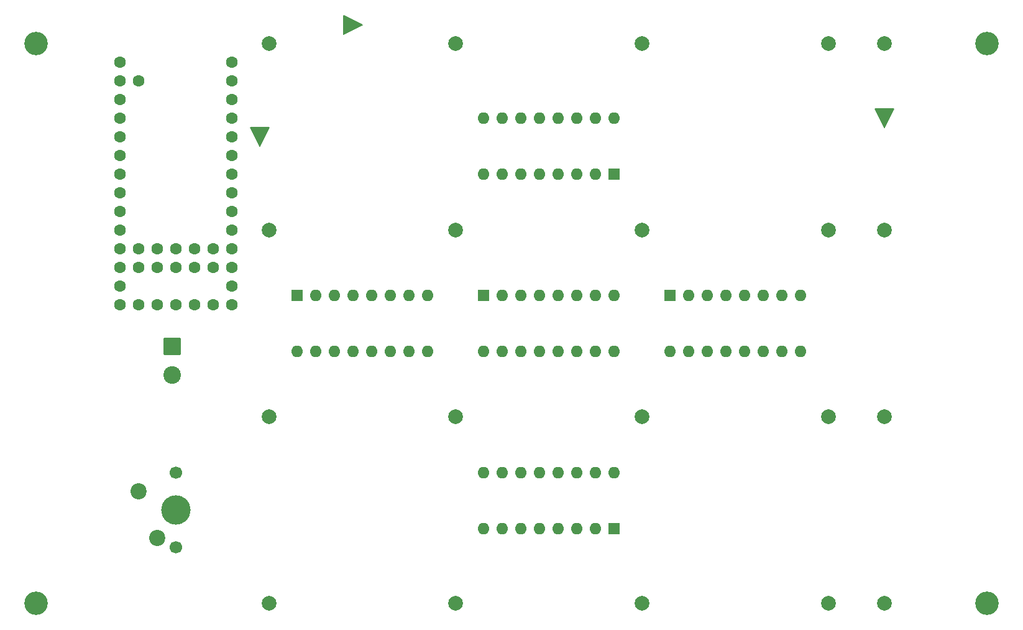
<source format=gbr>
%TF.GenerationSoftware,KiCad,Pcbnew,(6.0.0)*%
%TF.CreationDate,2022-06-21T21:01:45-05:00*%
%TF.ProjectId,Teensey_cube4^3,5465656e-7365-4795-9f63-756265345e33,rev?*%
%TF.SameCoordinates,Original*%
%TF.FileFunction,Soldermask,Top*%
%TF.FilePolarity,Negative*%
%FSLAX46Y46*%
G04 Gerber Fmt 4.6, Leading zero omitted, Abs format (unit mm)*
G04 Created by KiCad (PCBNEW (6.0.0)) date 2022-06-21 21:01:45*
%MOMM*%
%LPD*%
G01*
G04 APERTURE LIST*
G04 Aperture macros list*
%AMRoundRect*
0 Rectangle with rounded corners*
0 $1 Rounding radius*
0 $2 $3 $4 $5 $6 $7 $8 $9 X,Y pos of 4 corners*
0 Add a 4 corners polygon primitive as box body*
4,1,4,$2,$3,$4,$5,$6,$7,$8,$9,$2,$3,0*
0 Add four circle primitives for the rounded corners*
1,1,$1+$1,$2,$3*
1,1,$1+$1,$4,$5*
1,1,$1+$1,$6,$7*
1,1,$1+$1,$8,$9*
0 Add four rect primitives between the rounded corners*
20,1,$1+$1,$2,$3,$4,$5,0*
20,1,$1+$1,$4,$5,$6,$7,0*
20,1,$1+$1,$6,$7,$8,$9,0*
20,1,$1+$1,$8,$9,$2,$3,0*%
G04 Aperture macros list end*
%ADD10C,0.150000*%
%ADD11C,2.000000*%
%ADD12C,3.200000*%
%ADD13C,1.700000*%
%ADD14C,4.000000*%
%ADD15C,2.200000*%
%ADD16C,1.600000*%
%ADD17R,1.600000X1.600000*%
%ADD18O,1.600000X1.600000*%
%ADD19RoundRect,0.250001X-0.949999X0.949999X-0.949999X-0.949999X0.949999X-0.949999X0.949999X0.949999X0*%
%ADD20C,2.400000*%
G04 APERTURE END LIST*
D10*
X111760000Y-77470000D02*
X110490000Y-74930000D01*
X110490000Y-74930000D02*
X113030000Y-74930000D01*
X113030000Y-74930000D02*
X111760000Y-77470000D01*
G36*
X111760000Y-77470000D02*
G01*
X110490000Y-74930000D01*
X113030000Y-74930000D01*
X111760000Y-77470000D01*
G37*
X111760000Y-77470000D02*
X110490000Y-74930000D01*
X113030000Y-74930000D01*
X111760000Y-77470000D01*
X125730000Y-60960000D02*
X123190000Y-62230000D01*
X123190000Y-62230000D02*
X123190000Y-59690000D01*
X123190000Y-59690000D02*
X125730000Y-60960000D01*
G36*
X125730000Y-60960000D02*
G01*
X123190000Y-62230000D01*
X123190000Y-59690000D01*
X125730000Y-60960000D01*
G37*
X125730000Y-60960000D02*
X123190000Y-62230000D01*
X123190000Y-59690000D01*
X125730000Y-60960000D01*
X196850000Y-74930000D02*
X195580000Y-72390000D01*
X195580000Y-72390000D02*
X198120000Y-72390000D01*
X198120000Y-72390000D02*
X196850000Y-74930000D01*
G36*
X196850000Y-74930000D02*
G01*
X195580000Y-72390000D01*
X198120000Y-72390000D01*
X196850000Y-74930000D01*
G37*
X196850000Y-74930000D02*
X195580000Y-72390000D01*
X198120000Y-72390000D01*
X196850000Y-74930000D01*
D11*
%TO.C,J6*%
X138430000Y-88900000D03*
%TD*%
%TO.C,J8*%
X189230000Y-88900000D03*
%TD*%
%TO.C,J3*%
X163830000Y-63500000D03*
%TD*%
D12*
%TO.C,REF\u002A\u002A*%
X210820000Y-139700000D03*
%TD*%
D11*
%TO.C,J19*%
X196850000Y-114300000D03*
%TD*%
%TO.C,J14*%
X138430000Y-139700000D03*
%TD*%
%TO.C,J13*%
X113030000Y-139700000D03*
%TD*%
%TO.C,J20*%
X196850000Y-139700000D03*
%TD*%
D12*
%TO.C,REF\u002A\u002A*%
X81280000Y-63500000D03*
%TD*%
D11*
%TO.C,J2*%
X138430000Y-63500000D03*
%TD*%
%TO.C,J7*%
X163830000Y-88900000D03*
%TD*%
%TO.C,J12*%
X189230000Y-114300000D03*
%TD*%
%TO.C,J16*%
X189230000Y-139700000D03*
%TD*%
%TO.C,J11*%
X163830000Y-114300000D03*
%TD*%
%TO.C,J15*%
X163830000Y-139700000D03*
%TD*%
%TO.C,J17*%
X196850000Y-63500000D03*
%TD*%
%TO.C,J18*%
X196850000Y-88900000D03*
%TD*%
%TO.C,J1*%
X113030000Y-63500000D03*
%TD*%
D12*
%TO.C,REF\u002A\u002A*%
X210820000Y-63500000D03*
%TD*%
D11*
%TO.C,J9*%
X113030000Y-114300000D03*
%TD*%
D13*
%TO.C,SW0*%
X100330000Y-121920000D03*
D14*
X100330000Y-127000000D03*
D13*
X100330000Y-132080000D03*
D15*
X95250000Y-124460000D03*
X97790000Y-130810000D03*
%TD*%
D12*
%TO.C,REF\u002A\u002A*%
X81280000Y-139700000D03*
%TD*%
D11*
%TO.C,J10*%
X138430000Y-114300000D03*
%TD*%
%TO.C,J5*%
X113030000Y-88900000D03*
%TD*%
%TO.C,J4*%
X189230000Y-63500000D03*
%TD*%
D16*
%TO.C,T0*%
X107950000Y-66040000D03*
X107950000Y-68580000D03*
X107950000Y-71120000D03*
X107950000Y-73660000D03*
X107950000Y-76200000D03*
X107950000Y-78740000D03*
X107950000Y-81280000D03*
X107950000Y-83820000D03*
X107950000Y-86360000D03*
X107950000Y-88900000D03*
X107950000Y-91440000D03*
X107950000Y-93980000D03*
X107950000Y-96520000D03*
X107950000Y-99060000D03*
X105410000Y-99060000D03*
X102870000Y-99060000D03*
X100330000Y-99060000D03*
X97790000Y-99060000D03*
X95250000Y-99060000D03*
X92710000Y-99060000D03*
X92710000Y-96520000D03*
X92710000Y-93980000D03*
X92710000Y-91440000D03*
X92710000Y-88900000D03*
X92710000Y-86360000D03*
X92710000Y-83820000D03*
X92710000Y-81280000D03*
X92710000Y-78740000D03*
X92710000Y-76200000D03*
X92710000Y-73660000D03*
X92710000Y-71120000D03*
X92710000Y-68580000D03*
X92710000Y-66040000D03*
X95250000Y-68580000D03*
X95250000Y-93980000D03*
X95250000Y-91440000D03*
X97790000Y-93980000D03*
X97790000Y-91440000D03*
X100330000Y-93980000D03*
X100330000Y-91440000D03*
X102870000Y-93980000D03*
X102870000Y-91440000D03*
X105410000Y-93980000D03*
X105410000Y-91440000D03*
%TD*%
D17*
%TO.C,U2*%
X167630000Y-97800000D03*
D18*
X170170000Y-97800000D03*
X172710000Y-97800000D03*
X175250000Y-97800000D03*
X177790000Y-97800000D03*
X180330000Y-97800000D03*
X182870000Y-97800000D03*
X185410000Y-97800000D03*
X185410000Y-105420000D03*
X182870000Y-105420000D03*
X180330000Y-105420000D03*
X177790000Y-105420000D03*
X175250000Y-105420000D03*
X172710000Y-105420000D03*
X170170000Y-105420000D03*
X167630000Y-105420000D03*
%TD*%
D17*
%TO.C,RN2*%
X160030000Y-129530000D03*
D18*
X157490000Y-129530000D03*
X154950000Y-129530000D03*
X152410000Y-129530000D03*
X149870000Y-129530000D03*
X147330000Y-129530000D03*
X144790000Y-129530000D03*
X142250000Y-129530000D03*
X142250000Y-121910000D03*
X144790000Y-121910000D03*
X147330000Y-121910000D03*
X149870000Y-121910000D03*
X152410000Y-121910000D03*
X154950000Y-121910000D03*
X157490000Y-121910000D03*
X160030000Y-121910000D03*
%TD*%
D17*
%TO.C,RN1*%
X160030000Y-81270000D03*
D18*
X157490000Y-81270000D03*
X154950000Y-81270000D03*
X152410000Y-81270000D03*
X149870000Y-81270000D03*
X147330000Y-81270000D03*
X144790000Y-81270000D03*
X142250000Y-81270000D03*
X142250000Y-73650000D03*
X144790000Y-73650000D03*
X147330000Y-73650000D03*
X149870000Y-73650000D03*
X152410000Y-73650000D03*
X154950000Y-73650000D03*
X157490000Y-73650000D03*
X160030000Y-73650000D03*
%TD*%
D19*
%TO.C,J0*%
X99812500Y-104700000D03*
D20*
X99812500Y-108660000D03*
%TD*%
D17*
%TO.C,U1*%
X142230000Y-97800000D03*
D18*
X144770000Y-97800000D03*
X147310000Y-97800000D03*
X149850000Y-97800000D03*
X152390000Y-97800000D03*
X154930000Y-97800000D03*
X157470000Y-97800000D03*
X160010000Y-97800000D03*
X160010000Y-105420000D03*
X157470000Y-105420000D03*
X154930000Y-105420000D03*
X152390000Y-105420000D03*
X149850000Y-105420000D03*
X147310000Y-105420000D03*
X144770000Y-105420000D03*
X142230000Y-105420000D03*
%TD*%
D17*
%TO.C,U0*%
X116830000Y-97800000D03*
D18*
X119370000Y-97800000D03*
X121910000Y-97800000D03*
X124450000Y-97800000D03*
X126990000Y-97800000D03*
X129530000Y-97800000D03*
X132070000Y-97800000D03*
X134610000Y-97800000D03*
X134610000Y-105420000D03*
X132070000Y-105420000D03*
X129530000Y-105420000D03*
X126990000Y-105420000D03*
X124450000Y-105420000D03*
X121910000Y-105420000D03*
X119370000Y-105420000D03*
X116830000Y-105420000D03*
%TD*%
M02*

</source>
